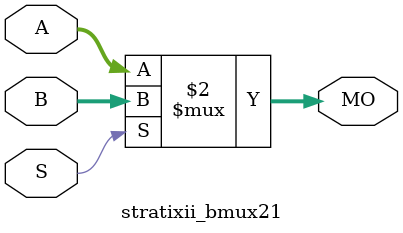
<source format=v>
module stratixii_bmux21 (MO, A, B, S);
   input [15:0] A, B;
   input 	S;
   output [15:0] MO; 
   assign MO = (S == 1) ? B : A; 
endmodule
</source>
